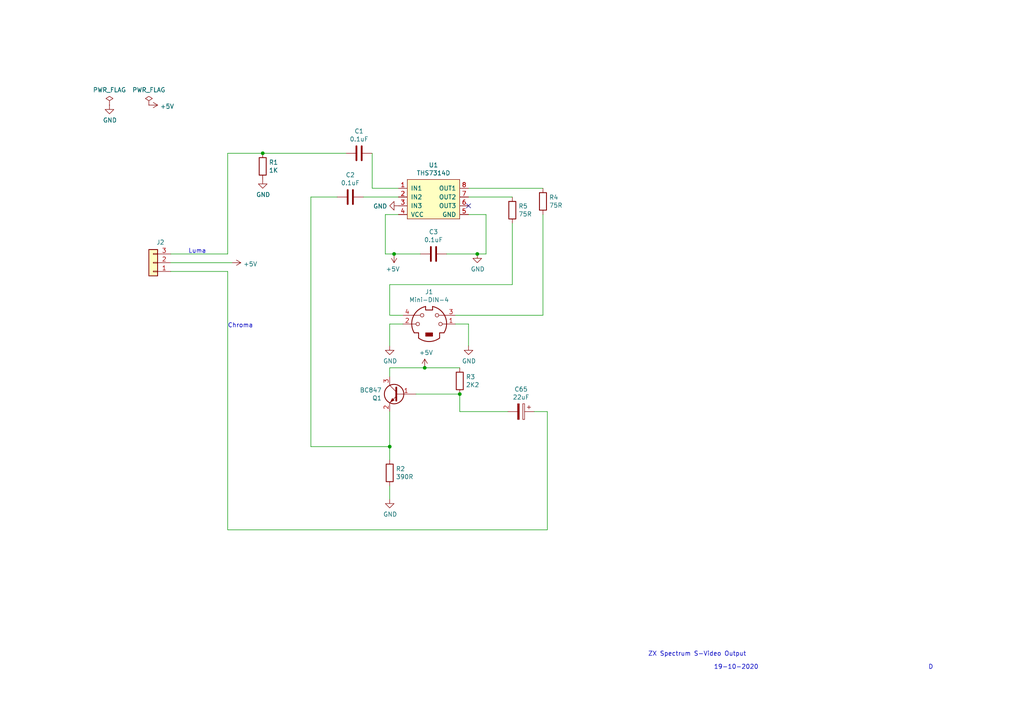
<source format=kicad_sch>
(kicad_sch (version 20211123) (generator eeschema)

  (uuid 33e195dc-1b42-4492-897b-8e0a2bd60b5b)

  (paper "A4")

  (lib_symbols
    (symbol "Connector:Mini-DIN-4" (pin_names (offset 1.016)) (in_bom yes) (on_board yes)
      (property "Reference" "J" (id 0) (at 0 6.35 0)
        (effects (font (size 1.27 1.27)))
      )
      (property "Value" "Mini-DIN-4" (id 1) (at 0 -6.35 0)
        (effects (font (size 1.27 1.27)))
      )
      (property "Footprint" "" (id 2) (at 0 0 0)
        (effects (font (size 1.27 1.27)) hide)
      )
      (property "Datasheet" "http://service.powerdynamics.com/ec/Catalog17/Section%2011.pdf" (id 3) (at 0 0 0)
        (effects (font (size 1.27 1.27)) hide)
      )
      (property "ki_keywords" "Mini-DIN" (id 4) (at 0 0 0)
        (effects (font (size 1.27 1.27)) hide)
      )
      (property "ki_description" "4-pin Mini-DIN connector" (id 5) (at 0 0 0)
        (effects (font (size 1.27 1.27)) hide)
      )
      (property "ki_fp_filters" "MINI?DIN*" (id 6) (at 0 0 0)
        (effects (font (size 1.27 1.27)) hide)
      )
      (symbol "Mini-DIN-4_0_1"
        (circle (center -3.302 0) (radius 0.508)
          (stroke (width 0) (type default) (color 0 0 0 0))
          (fill (type none))
        )
        (arc (start -3.048 -4.064) (mid 0 -5.08) (end 3.048 -4.064)
          (stroke (width 0.254) (type default) (color 0 0 0 0))
          (fill (type none))
        )
        (circle (center -2.032 2.54) (radius 0.508)
          (stroke (width 0) (type default) (color 0 0 0 0))
          (fill (type none))
        )
        (rectangle (start -1.016 -2.54) (end 1.016 -3.556)
          (stroke (width 0) (type default) (color 0 0 0 0))
          (fill (type outline))
        )
        (arc (start -1.016 5.08) (mid -4.6228 2.1214) (end -4.318 -2.54)
          (stroke (width 0.254) (type default) (color 0 0 0 0))
          (fill (type none))
        )
        (polyline
          (pts
            (xy -3.81 0)
            (xy -5.08 0)
          )
          (stroke (width 0) (type default) (color 0 0 0 0))
          (fill (type none))
        )
        (polyline
          (pts
            (xy -2.54 2.54)
            (xy -5.08 2.54)
          )
          (stroke (width 0) (type default) (color 0 0 0 0))
          (fill (type none))
        )
        (polyline
          (pts
            (xy 2.794 2.54)
            (xy 5.08 2.54)
          )
          (stroke (width 0) (type default) (color 0 0 0 0))
          (fill (type none))
        )
        (polyline
          (pts
            (xy 5.08 0)
            (xy 3.81 0)
          )
          (stroke (width 0) (type default) (color 0 0 0 0))
          (fill (type none))
        )
        (polyline
          (pts
            (xy -4.318 -2.54)
            (xy -3.048 -2.54)
            (xy -3.048 -4.064)
          )
          (stroke (width 0.254) (type default) (color 0 0 0 0))
          (fill (type none))
        )
        (polyline
          (pts
            (xy 4.318 -2.54)
            (xy 3.048 -2.54)
            (xy 3.048 -4.064)
          )
          (stroke (width 0.254) (type default) (color 0 0 0 0))
          (fill (type none))
        )
        (polyline
          (pts
            (xy -1.016 5.08)
            (xy -1.016 4.064)
            (xy 1.016 4.064)
            (xy 1.016 5.08)
          )
          (stroke (width 0.254) (type default) (color 0 0 0 0))
          (fill (type none))
        )
        (circle (center 2.286 2.54) (radius 0.508)
          (stroke (width 0) (type default) (color 0 0 0 0))
          (fill (type none))
        )
        (circle (center 3.302 0) (radius 0.508)
          (stroke (width 0) (type default) (color 0 0 0 0))
          (fill (type none))
        )
        (arc (start 4.318 -2.54) (mid 4.6661 2.1322) (end 1.016 5.08)
          (stroke (width 0.254) (type default) (color 0 0 0 0))
          (fill (type none))
        )
      )
      (symbol "Mini-DIN-4_1_1"
        (pin passive line (at 7.62 0 180) (length 2.54)
          (name "~" (effects (font (size 1.27 1.27))))
          (number "1" (effects (font (size 1.27 1.27))))
        )
        (pin passive line (at -7.62 0 0) (length 2.54)
          (name "~" (effects (font (size 1.27 1.27))))
          (number "2" (effects (font (size 1.27 1.27))))
        )
        (pin passive line (at 7.62 2.54 180) (length 2.54)
          (name "~" (effects (font (size 1.27 1.27))))
          (number "3" (effects (font (size 1.27 1.27))))
        )
        (pin passive line (at -7.62 2.54 0) (length 2.54)
          (name "~" (effects (font (size 1.27 1.27))))
          (number "4" (effects (font (size 1.27 1.27))))
        )
      )
    )
    (symbol "Connector_Generic:Conn_01x03" (pin_names (offset 1.016) hide) (in_bom yes) (on_board yes)
      (property "Reference" "J" (id 0) (at 0 5.08 0)
        (effects (font (size 1.27 1.27)))
      )
      (property "Value" "Conn_01x03" (id 1) (at 0 -5.08 0)
        (effects (font (size 1.27 1.27)))
      )
      (property "Footprint" "" (id 2) (at 0 0 0)
        (effects (font (size 1.27 1.27)) hide)
      )
      (property "Datasheet" "~" (id 3) (at 0 0 0)
        (effects (font (size 1.27 1.27)) hide)
      )
      (property "ki_keywords" "connector" (id 4) (at 0 0 0)
        (effects (font (size 1.27 1.27)) hide)
      )
      (property "ki_description" "Generic connector, single row, 01x03, script generated (kicad-library-utils/schlib/autogen/connector/)" (id 5) (at 0 0 0)
        (effects (font (size 1.27 1.27)) hide)
      )
      (property "ki_fp_filters" "Connector*:*_1x??_*" (id 6) (at 0 0 0)
        (effects (font (size 1.27 1.27)) hide)
      )
      (symbol "Conn_01x03_1_1"
        (rectangle (start -1.27 -2.413) (end 0 -2.667)
          (stroke (width 0.1524) (type default) (color 0 0 0 0))
          (fill (type none))
        )
        (rectangle (start -1.27 0.127) (end 0 -0.127)
          (stroke (width 0.1524) (type default) (color 0 0 0 0))
          (fill (type none))
        )
        (rectangle (start -1.27 2.667) (end 0 2.413)
          (stroke (width 0.1524) (type default) (color 0 0 0 0))
          (fill (type none))
        )
        (rectangle (start -1.27 3.81) (end 1.27 -3.81)
          (stroke (width 0.254) (type default) (color 0 0 0 0))
          (fill (type background))
        )
        (pin passive line (at -5.08 2.54 0) (length 3.81)
          (name "Pin_1" (effects (font (size 1.27 1.27))))
          (number "1" (effects (font (size 1.27 1.27))))
        )
        (pin passive line (at -5.08 0 0) (length 3.81)
          (name "Pin_2" (effects (font (size 1.27 1.27))))
          (number "2" (effects (font (size 1.27 1.27))))
        )
        (pin passive line (at -5.08 -2.54 0) (length 3.81)
          (name "Pin_3" (effects (font (size 1.27 1.27))))
          (number "3" (effects (font (size 1.27 1.27))))
        )
      )
    )
    (symbol "Device:C" (pin_numbers hide) (pin_names (offset 0.254)) (in_bom yes) (on_board yes)
      (property "Reference" "C" (id 0) (at 0.635 2.54 0)
        (effects (font (size 1.27 1.27)) (justify left))
      )
      (property "Value" "C" (id 1) (at 0.635 -2.54 0)
        (effects (font (size 1.27 1.27)) (justify left))
      )
      (property "Footprint" "" (id 2) (at 0.9652 -3.81 0)
        (effects (font (size 1.27 1.27)) hide)
      )
      (property "Datasheet" "~" (id 3) (at 0 0 0)
        (effects (font (size 1.27 1.27)) hide)
      )
      (property "ki_keywords" "cap capacitor" (id 4) (at 0 0 0)
        (effects (font (size 1.27 1.27)) hide)
      )
      (property "ki_description" "Unpolarized capacitor" (id 5) (at 0 0 0)
        (effects (font (size 1.27 1.27)) hide)
      )
      (property "ki_fp_filters" "C_*" (id 6) (at 0 0 0)
        (effects (font (size 1.27 1.27)) hide)
      )
      (symbol "C_0_1"
        (polyline
          (pts
            (xy -2.032 -0.762)
            (xy 2.032 -0.762)
          )
          (stroke (width 0.508) (type default) (color 0 0 0 0))
          (fill (type none))
        )
        (polyline
          (pts
            (xy -2.032 0.762)
            (xy 2.032 0.762)
          )
          (stroke (width 0.508) (type default) (color 0 0 0 0))
          (fill (type none))
        )
      )
      (symbol "C_1_1"
        (pin passive line (at 0 3.81 270) (length 2.794)
          (name "~" (effects (font (size 1.27 1.27))))
          (number "1" (effects (font (size 1.27 1.27))))
        )
        (pin passive line (at 0 -3.81 90) (length 2.794)
          (name "~" (effects (font (size 1.27 1.27))))
          (number "2" (effects (font (size 1.27 1.27))))
        )
      )
    )
    (symbol "Device:R" (pin_numbers hide) (pin_names (offset 0)) (in_bom yes) (on_board yes)
      (property "Reference" "R" (id 0) (at 2.032 0 90)
        (effects (font (size 1.27 1.27)))
      )
      (property "Value" "R" (id 1) (at 0 0 90)
        (effects (font (size 1.27 1.27)))
      )
      (property "Footprint" "" (id 2) (at -1.778 0 90)
        (effects (font (size 1.27 1.27)) hide)
      )
      (property "Datasheet" "~" (id 3) (at 0 0 0)
        (effects (font (size 1.27 1.27)) hide)
      )
      (property "ki_keywords" "R res resistor" (id 4) (at 0 0 0)
        (effects (font (size 1.27 1.27)) hide)
      )
      (property "ki_description" "Resistor" (id 5) (at 0 0 0)
        (effects (font (size 1.27 1.27)) hide)
      )
      (property "ki_fp_filters" "R_*" (id 6) (at 0 0 0)
        (effects (font (size 1.27 1.27)) hide)
      )
      (symbol "R_0_1"
        (rectangle (start -1.016 -2.54) (end 1.016 2.54)
          (stroke (width 0.254) (type default) (color 0 0 0 0))
          (fill (type none))
        )
      )
      (symbol "R_1_1"
        (pin passive line (at 0 3.81 270) (length 1.27)
          (name "~" (effects (font (size 1.27 1.27))))
          (number "1" (effects (font (size 1.27 1.27))))
        )
        (pin passive line (at 0 -3.81 90) (length 1.27)
          (name "~" (effects (font (size 1.27 1.27))))
          (number "2" (effects (font (size 1.27 1.27))))
        )
      )
    )
    (symbol "S-VHS-ZX-Spectrum-Rev.-C:THS7314D" (pin_names (offset 1.016)) (in_bom yes) (on_board yes)
      (property "Reference" "U" (id 0) (at 10.16 6.35 0)
        (effects (font (size 1.27 1.27)))
      )
      (property "Value" "THS7314D" (id 1) (at 5.08 -7.62 0)
        (effects (font (size 1.27 1.27)))
      )
      (property "Footprint" "" (id 2) (at 0 0 0)
        (effects (font (size 1.27 1.27)) hide)
      )
      (property "Datasheet" "" (id 3) (at 0 0 0)
        (effects (font (size 1.27 1.27)) hide)
      )
      (symbol "THS7314D_0_1"
        (rectangle (start -2.54 5.08) (end 12.7 -6.35)
          (stroke (width 0) (type default) (color 0 0 0 0))
          (fill (type background))
        )
      )
      (symbol "THS7314D_1_1"
        (pin input line (at -5.08 2.54 0) (length 2.54)
          (name "IN1" (effects (font (size 1.27 1.27))))
          (number "1" (effects (font (size 1.27 1.27))))
        )
        (pin input line (at -5.08 0 0) (length 2.54)
          (name "IN2" (effects (font (size 1.27 1.27))))
          (number "2" (effects (font (size 1.27 1.27))))
        )
        (pin input line (at -5.08 -2.54 0) (length 2.54)
          (name "IN3" (effects (font (size 1.27 1.27))))
          (number "3" (effects (font (size 1.27 1.27))))
        )
        (pin input line (at -5.08 -5.08 0) (length 2.54)
          (name "VCC" (effects (font (size 1.27 1.27))))
          (number "4" (effects (font (size 1.27 1.27))))
        )
        (pin input line (at 15.24 -5.08 180) (length 2.54)
          (name "GND" (effects (font (size 1.27 1.27))))
          (number "5" (effects (font (size 1.27 1.27))))
        )
        (pin output line (at 15.24 -2.54 180) (length 2.54)
          (name "OUT3" (effects (font (size 1.27 1.27))))
          (number "6" (effects (font (size 1.27 1.27))))
        )
        (pin output line (at 15.24 0 180) (length 2.54)
          (name "OUT2" (effects (font (size 1.27 1.27))))
          (number "7" (effects (font (size 1.27 1.27))))
        )
        (pin output line (at 15.24 2.54 180) (length 2.54)
          (name "OUT1" (effects (font (size 1.27 1.27))))
          (number "8" (effects (font (size 1.27 1.27))))
        )
      )
    )
    (symbol "S-VHS-ZX-Spectrum-Rev.-D-rescue:CP-Device" (pin_numbers hide) (pin_names (offset 0.254)) (in_bom yes) (on_board yes)
      (property "Reference" "C" (id 0) (at 0.635 2.54 0)
        (effects (font (size 1.27 1.27)) (justify left))
      )
      (property "Value" "CP-Device" (id 1) (at 0.635 -2.54 0)
        (effects (font (size 1.27 1.27)) (justify left))
      )
      (property "Footprint" "" (id 2) (at 0.9652 -3.81 0)
        (effects (font (size 1.27 1.27)) hide)
      )
      (property "Datasheet" "" (id 3) (at 0 0 0)
        (effects (font (size 1.27 1.27)) hide)
      )
      (property "ki_fp_filters" "CP_*" (id 4) (at 0 0 0)
        (effects (font (size 1.27 1.27)) hide)
      )
      (symbol "CP-Device_0_1"
        (rectangle (start -2.286 0.508) (end 2.286 1.016)
          (stroke (width 0) (type default) (color 0 0 0 0))
          (fill (type none))
        )
        (polyline
          (pts
            (xy -1.778 2.286)
            (xy -0.762 2.286)
          )
          (stroke (width 0) (type default) (color 0 0 0 0))
          (fill (type none))
        )
        (polyline
          (pts
            (xy -1.27 2.794)
            (xy -1.27 1.778)
          )
          (stroke (width 0) (type default) (color 0 0 0 0))
          (fill (type none))
        )
        (rectangle (start 2.286 -0.508) (end -2.286 -1.016)
          (stroke (width 0) (type default) (color 0 0 0 0))
          (fill (type outline))
        )
      )
      (symbol "CP-Device_1_1"
        (pin passive line (at 0 3.81 270) (length 2.794)
          (name "~" (effects (font (size 1.27 1.27))))
          (number "1" (effects (font (size 1.27 1.27))))
        )
        (pin passive line (at 0 -3.81 90) (length 2.794)
          (name "~" (effects (font (size 1.27 1.27))))
          (number "2" (effects (font (size 1.27 1.27))))
        )
      )
    )
    (symbol "Transistor_BJT:BC847" (pin_names (offset 0) hide) (in_bom yes) (on_board yes)
      (property "Reference" "Q" (id 0) (at 5.08 1.905 0)
        (effects (font (size 1.27 1.27)) (justify left))
      )
      (property "Value" "BC847" (id 1) (at 5.08 0 0)
        (effects (font (size 1.27 1.27)) (justify left))
      )
      (property "Footprint" "Package_TO_SOT_SMD:SOT-23" (id 2) (at 5.08 -1.905 0)
        (effects (font (size 1.27 1.27) italic) (justify left) hide)
      )
      (property "Datasheet" "http://www.infineon.com/dgdl/Infineon-BC847SERIES_BC848SERIES_BC849SERIES_BC850SERIES-DS-v01_01-en.pdf?fileId=db3a304314dca389011541d4630a1657" (id 3) (at 0 0 0)
        (effects (font (size 1.27 1.27)) (justify left) hide)
      )
      (property "ki_keywords" "NPN Small Signal Transistor" (id 4) (at 0 0 0)
        (effects (font (size 1.27 1.27)) hide)
      )
      (property "ki_description" "0.1A Ic, 45V Vce, NPN Transistor, SOT-23" (id 5) (at 0 0 0)
        (effects (font (size 1.27 1.27)) hide)
      )
      (property "ki_fp_filters" "SOT?23*" (id 6) (at 0 0 0)
        (effects (font (size 1.27 1.27)) hide)
      )
      (symbol "BC847_0_1"
        (polyline
          (pts
            (xy 0.635 0.635)
            (xy 2.54 2.54)
          )
          (stroke (width 0) (type default) (color 0 0 0 0))
          (fill (type none))
        )
        (polyline
          (pts
            (xy 0.635 -0.635)
            (xy 2.54 -2.54)
            (xy 2.54 -2.54)
          )
          (stroke (width 0) (type default) (color 0 0 0 0))
          (fill (type none))
        )
        (polyline
          (pts
            (xy 0.635 1.905)
            (xy 0.635 -1.905)
            (xy 0.635 -1.905)
          )
          (stroke (width 0.508) (type default) (color 0 0 0 0))
          (fill (type none))
        )
        (polyline
          (pts
            (xy 1.27 -1.778)
            (xy 1.778 -1.27)
            (xy 2.286 -2.286)
            (xy 1.27 -1.778)
            (xy 1.27 -1.778)
          )
          (stroke (width 0) (type default) (color 0 0 0 0))
          (fill (type outline))
        )
        (circle (center 1.27 0) (radius 2.8194)
          (stroke (width 0.254) (type default) (color 0 0 0 0))
          (fill (type none))
        )
      )
      (symbol "BC847_1_1"
        (pin input line (at -5.08 0 0) (length 5.715)
          (name "B" (effects (font (size 1.27 1.27))))
          (number "1" (effects (font (size 1.27 1.27))))
        )
        (pin passive line (at 2.54 -5.08 90) (length 2.54)
          (name "E" (effects (font (size 1.27 1.27))))
          (number "2" (effects (font (size 1.27 1.27))))
        )
        (pin passive line (at 2.54 5.08 270) (length 2.54)
          (name "C" (effects (font (size 1.27 1.27))))
          (number "3" (effects (font (size 1.27 1.27))))
        )
      )
    )
    (symbol "power:+5V" (power) (pin_names (offset 0)) (in_bom yes) (on_board yes)
      (property "Reference" "#PWR" (id 0) (at 0 -3.81 0)
        (effects (font (size 1.27 1.27)) hide)
      )
      (property "Value" "+5V" (id 1) (at 0 3.556 0)
        (effects (font (size 1.27 1.27)))
      )
      (property "Footprint" "" (id 2) (at 0 0 0)
        (effects (font (size 1.27 1.27)) hide)
      )
      (property "Datasheet" "" (id 3) (at 0 0 0)
        (effects (font (size 1.27 1.27)) hide)
      )
      (property "ki_keywords" "global power" (id 4) (at 0 0 0)
        (effects (font (size 1.27 1.27)) hide)
      )
      (property "ki_description" "Power symbol creates a global label with name \"+5V\"" (id 5) (at 0 0 0)
        (effects (font (size 1.27 1.27)) hide)
      )
      (symbol "+5V_0_1"
        (polyline
          (pts
            (xy -0.762 1.27)
            (xy 0 2.54)
          )
          (stroke (width 0) (type default) (color 0 0 0 0))
          (fill (type none))
        )
        (polyline
          (pts
            (xy 0 0)
            (xy 0 2.54)
          )
          (stroke (width 0) (type default) (color 0 0 0 0))
          (fill (type none))
        )
        (polyline
          (pts
            (xy 0 2.54)
            (xy 0.762 1.27)
          )
          (stroke (width 0) (type default) (color 0 0 0 0))
          (fill (type none))
        )
      )
      (symbol "+5V_1_1"
        (pin power_in line (at 0 0 90) (length 0) hide
          (name "+5V" (effects (font (size 1.27 1.27))))
          (number "1" (effects (font (size 1.27 1.27))))
        )
      )
    )
    (symbol "power:GND" (power) (pin_names (offset 0)) (in_bom yes) (on_board yes)
      (property "Reference" "#PWR" (id 0) (at 0 -6.35 0)
        (effects (font (size 1.27 1.27)) hide)
      )
      (property "Value" "GND" (id 1) (at 0 -3.81 0)
        (effects (font (size 1.27 1.27)))
      )
      (property "Footprint" "" (id 2) (at 0 0 0)
        (effects (font (size 1.27 1.27)) hide)
      )
      (property "Datasheet" "" (id 3) (at 0 0 0)
        (effects (font (size 1.27 1.27)) hide)
      )
      (property "ki_keywords" "global power" (id 4) (at 0 0 0)
        (effects (font (size 1.27 1.27)) hide)
      )
      (property "ki_description" "Power symbol creates a global label with name \"GND\" , ground" (id 5) (at 0 0 0)
        (effects (font (size 1.27 1.27)) hide)
      )
      (symbol "GND_0_1"
        (polyline
          (pts
            (xy 0 0)
            (xy 0 -1.27)
            (xy 1.27 -1.27)
            (xy 0 -2.54)
            (xy -1.27 -1.27)
            (xy 0 -1.27)
          )
          (stroke (width 0) (type default) (color 0 0 0 0))
          (fill (type none))
        )
      )
      (symbol "GND_1_1"
        (pin power_in line (at 0 0 270) (length 0) hide
          (name "GND" (effects (font (size 1.27 1.27))))
          (number "1" (effects (font (size 1.27 1.27))))
        )
      )
    )
    (symbol "power:PWR_FLAG" (power) (pin_numbers hide) (pin_names (offset 0) hide) (in_bom yes) (on_board yes)
      (property "Reference" "#FLG" (id 0) (at 0 1.905 0)
        (effects (font (size 1.27 1.27)) hide)
      )
      (property "Value" "PWR_FLAG" (id 1) (at 0 3.81 0)
        (effects (font (size 1.27 1.27)))
      )
      (property "Footprint" "" (id 2) (at 0 0 0)
        (effects (font (size 1.27 1.27)) hide)
      )
      (property "Datasheet" "~" (id 3) (at 0 0 0)
        (effects (font (size 1.27 1.27)) hide)
      )
      (property "ki_keywords" "flag power" (id 4) (at 0 0 0)
        (effects (font (size 1.27 1.27)) hide)
      )
      (property "ki_description" "Special symbol for telling ERC where power comes from" (id 5) (at 0 0 0)
        (effects (font (size 1.27 1.27)) hide)
      )
      (symbol "PWR_FLAG_0_0"
        (pin power_out line (at 0 0 90) (length 0)
          (name "pwr" (effects (font (size 1.27 1.27))))
          (number "1" (effects (font (size 1.27 1.27))))
        )
      )
      (symbol "PWR_FLAG_0_1"
        (polyline
          (pts
            (xy 0 0)
            (xy 0 1.27)
            (xy -1.016 1.905)
            (xy 0 2.54)
            (xy 1.016 1.905)
            (xy 0 1.27)
          )
          (stroke (width 0) (type default) (color 0 0 0 0))
          (fill (type none))
        )
      )
    )
  )

  (junction (at 123.19 106.68) (diameter 0) (color 0 0 0 0)
    (uuid 32db2d62-5bc1-433f-a1b0-b2630dcf55a2)
  )
  (junction (at 76.2 44.45) (diameter 0) (color 0 0 0 0)
    (uuid 65d3014a-a365-4258-a46f-f126f94f794e)
  )
  (junction (at 138.43 73.66) (diameter 0) (color 0 0 0 0)
    (uuid 8cbb971e-d8c1-44c6-91a3-68958a23a610)
  )
  (junction (at 133.35 114.3) (diameter 0) (color 0 0 0 0)
    (uuid 99adcfca-fab6-4800-ad07-d789870fb58b)
  )
  (junction (at 113.03 129.54) (diameter 0) (color 0 0 0 0)
    (uuid d942b073-a63b-47de-b281-862e9932080f)
  )
  (junction (at 114.3 73.66) (diameter 0) (color 0 0 0 0)
    (uuid e485f6e6-95bd-4a22-b2e2-1fcf0448c497)
  )

  (no_connect (at 135.89 59.69) (uuid 3239b0ce-e608-42ff-8a92-c6d3fba41353))

  (wire (pts (xy 157.48 62.23) (xy 157.48 91.44))
    (stroke (width 0) (type default) (color 0 0 0 0))
    (uuid 02a14216-3b83-435c-9b0b-f4d3750a9197)
  )
  (wire (pts (xy 120.65 114.3) (xy 133.35 114.3))
    (stroke (width 0) (type default) (color 0 0 0 0))
    (uuid 05517475-323b-4641-a869-e7a1bdac9d82)
  )
  (wire (pts (xy 66.04 153.67) (xy 66.04 78.74))
    (stroke (width 0) (type default) (color 0 0 0 0))
    (uuid 06dea38d-670c-40c8-877d-e38c43087778)
  )
  (wire (pts (xy 116.84 93.98) (xy 113.03 93.98))
    (stroke (width 0) (type default) (color 0 0 0 0))
    (uuid 0cc586ed-7829-415e-a0a0-99c98e3181b1)
  )
  (wire (pts (xy 133.35 106.68) (xy 123.19 106.68))
    (stroke (width 0) (type default) (color 0 0 0 0))
    (uuid 0e42a39e-b508-4e6c-8016-de2fffde07eb)
  )
  (wire (pts (xy 135.89 54.61) (xy 157.48 54.61))
    (stroke (width 0) (type default) (color 0 0 0 0))
    (uuid 0ee7c933-cb3e-4631-8473-e2bccb78d243)
  )
  (wire (pts (xy 107.95 54.61) (xy 107.95 44.45))
    (stroke (width 0) (type default) (color 0 0 0 0))
    (uuid 15bb09a1-80f3-45b1-a841-9b8b9ff7ec29)
  )
  (wire (pts (xy 135.89 62.23) (xy 140.97 62.23))
    (stroke (width 0) (type default) (color 0 0 0 0))
    (uuid 16336b95-a187-4e78-b14d-18326066231a)
  )
  (wire (pts (xy 113.03 140.97) (xy 113.03 144.78))
    (stroke (width 0) (type default) (color 0 0 0 0))
    (uuid 1a4028ab-d778-44f1-9b24-fc05fd25380c)
  )
  (wire (pts (xy 158.75 153.67) (xy 66.04 153.67))
    (stroke (width 0) (type default) (color 0 0 0 0))
    (uuid 1a5552f1-0cd7-4587-af65-3c3f170381fe)
  )
  (wire (pts (xy 113.03 91.44) (xy 116.84 91.44))
    (stroke (width 0) (type default) (color 0 0 0 0))
    (uuid 2bc8e23a-11a0-4d49-9039-b636e5b5575b)
  )
  (wire (pts (xy 154.94 119.38) (xy 158.75 119.38))
    (stroke (width 0) (type default) (color 0 0 0 0))
    (uuid 32ca7c95-06b9-48f1-b799-d89b8b377054)
  )
  (wire (pts (xy 100.33 44.45) (xy 76.2 44.45))
    (stroke (width 0) (type default) (color 0 0 0 0))
    (uuid 338c6d1c-9555-4d39-9f3f-666ee9e44bd9)
  )
  (wire (pts (xy 66.04 78.74) (xy 49.53 78.74))
    (stroke (width 0) (type default) (color 0 0 0 0))
    (uuid 3b0aec24-c5ba-4097-b2b4-c46fbbede42b)
  )
  (wire (pts (xy 123.19 106.68) (xy 113.03 106.68))
    (stroke (width 0) (type default) (color 0 0 0 0))
    (uuid 4322df33-a6ed-4e3a-8985-0a604025d292)
  )
  (wire (pts (xy 113.03 119.38) (xy 113.03 129.54))
    (stroke (width 0) (type default) (color 0 0 0 0))
    (uuid 4c95f9a8-2c24-4db4-97a1-ea5db3112f74)
  )
  (wire (pts (xy 76.2 44.45) (xy 66.04 44.45))
    (stroke (width 0) (type default) (color 0 0 0 0))
    (uuid 50a6cb00-654c-4b60-83fb-7abd3a6743d7)
  )
  (wire (pts (xy 97.79 57.15) (xy 90.17 57.15))
    (stroke (width 0) (type default) (color 0 0 0 0))
    (uuid 58582f92-be92-45f4-afb9-9e8eaaeadb3d)
  )
  (wire (pts (xy 148.59 82.55) (xy 113.03 82.55))
    (stroke (width 0) (type default) (color 0 0 0 0))
    (uuid 68f9d1c1-18a8-443b-9ca4-07bf69b6d098)
  )
  (wire (pts (xy 111.76 62.23) (xy 111.76 73.66))
    (stroke (width 0) (type default) (color 0 0 0 0))
    (uuid 693607b9-59b5-417c-994f-8f5290040c5c)
  )
  (wire (pts (xy 148.59 64.77) (xy 148.59 82.55))
    (stroke (width 0) (type default) (color 0 0 0 0))
    (uuid 71195e34-aa7b-4284-884e-81f111879223)
  )
  (wire (pts (xy 140.97 62.23) (xy 140.97 73.66))
    (stroke (width 0) (type default) (color 0 0 0 0))
    (uuid 87601b2a-f70a-4d1e-9e92-b6ed945b36d5)
  )
  (wire (pts (xy 135.89 93.98) (xy 135.89 100.33))
    (stroke (width 0) (type default) (color 0 0 0 0))
    (uuid 8789b867-b94e-400a-92ae-502de058ae4e)
  )
  (wire (pts (xy 113.03 129.54) (xy 113.03 133.35))
    (stroke (width 0) (type default) (color 0 0 0 0))
    (uuid 87a12980-ea1f-455b-b68a-507f8d0ba061)
  )
  (wire (pts (xy 114.3 73.66) (xy 121.92 73.66))
    (stroke (width 0) (type default) (color 0 0 0 0))
    (uuid 8d639719-0b8b-4a72-b00c-d6ea8b5ba8f1)
  )
  (wire (pts (xy 115.57 62.23) (xy 111.76 62.23))
    (stroke (width 0) (type default) (color 0 0 0 0))
    (uuid 8fbbd8c9-9b53-430d-a93e-10a00d383368)
  )
  (wire (pts (xy 133.35 119.38) (xy 133.35 114.3))
    (stroke (width 0) (type default) (color 0 0 0 0))
    (uuid 9aab3a74-2455-47aa-b5dd-f3353df0b5bf)
  )
  (wire (pts (xy 66.04 44.45) (xy 66.04 73.66))
    (stroke (width 0) (type default) (color 0 0 0 0))
    (uuid a6c47eff-ee4a-4a65-af86-997c71cb78ef)
  )
  (wire (pts (xy 140.97 73.66) (xy 138.43 73.66))
    (stroke (width 0) (type default) (color 0 0 0 0))
    (uuid b5e6306a-558f-4550-af2e-55d566fb727d)
  )
  (wire (pts (xy 133.35 119.38) (xy 147.32 119.38))
    (stroke (width 0) (type default) (color 0 0 0 0))
    (uuid bf7217b6-624b-4d3e-97a8-07811defaa56)
  )
  (wire (pts (xy 90.17 57.15) (xy 90.17 129.54))
    (stroke (width 0) (type default) (color 0 0 0 0))
    (uuid c0465121-c9f1-41d6-961d-1c362a9db8fa)
  )
  (wire (pts (xy 158.75 119.38) (xy 158.75 153.67))
    (stroke (width 0) (type default) (color 0 0 0 0))
    (uuid c7470227-391e-4c61-b637-17dd4788f8d0)
  )
  (wire (pts (xy 49.53 73.66) (xy 66.04 73.66))
    (stroke (width 0) (type default) (color 0 0 0 0))
    (uuid c7c6e29a-a5b8-44ad-aa3c-4f17c27cf2d6)
  )
  (wire (pts (xy 138.43 73.66) (xy 129.54 73.66))
    (stroke (width 0) (type default) (color 0 0 0 0))
    (uuid cb1a52e2-7e85-42d1-ae35-0d4cac33368d)
  )
  (wire (pts (xy 115.57 57.15) (xy 105.41 57.15))
    (stroke (width 0) (type default) (color 0 0 0 0))
    (uuid d090d051-4a6a-45d6-aebe-f1a78b2a0d9e)
  )
  (wire (pts (xy 115.57 54.61) (xy 107.95 54.61))
    (stroke (width 0) (type default) (color 0 0 0 0))
    (uuid d1530d71-17fb-48af-9cd0-d4bd2d833088)
  )
  (wire (pts (xy 90.17 129.54) (xy 113.03 129.54))
    (stroke (width 0) (type default) (color 0 0 0 0))
    (uuid d257344c-59ab-423b-926a-10dee651ff7d)
  )
  (wire (pts (xy 132.08 93.98) (xy 135.89 93.98))
    (stroke (width 0) (type default) (color 0 0 0 0))
    (uuid d6a53eb8-8e7d-4cbe-83d3-711fdea6e94a)
  )
  (wire (pts (xy 113.03 93.98) (xy 113.03 100.33))
    (stroke (width 0) (type default) (color 0 0 0 0))
    (uuid dc0313ef-7ce7-4f36-84eb-db3ac01b5285)
  )
  (wire (pts (xy 113.03 106.68) (xy 113.03 109.22))
    (stroke (width 0) (type default) (color 0 0 0 0))
    (uuid e1dda216-3cf5-461a-a8cb-2416b54ecee4)
  )
  (wire (pts (xy 135.89 57.15) (xy 148.59 57.15))
    (stroke (width 0) (type default) (color 0 0 0 0))
    (uuid e2bc043e-89f6-419a-9a94-b1a172e65173)
  )
  (wire (pts (xy 111.76 73.66) (xy 114.3 73.66))
    (stroke (width 0) (type default) (color 0 0 0 0))
    (uuid e360e001-e47c-49e3-b027-c94d6a9e59d5)
  )
  (wire (pts (xy 113.03 82.55) (xy 113.03 91.44))
    (stroke (width 0) (type default) (color 0 0 0 0))
    (uuid e562ad90-edfa-46d5-8e54-7cf5ed5f8919)
  )
  (wire (pts (xy 49.53 76.2) (xy 67.31 76.2))
    (stroke (width 0) (type default) (color 0 0 0 0))
    (uuid f9a74ee9-3bdf-4f9e-a37b-0980afe158da)
  )
  (wire (pts (xy 157.48 91.44) (xy 132.08 91.44))
    (stroke (width 0) (type default) (color 0 0 0 0))
    (uuid fe932f4e-02e5-4154-9d2d-72e40c7921c5)
  )

  (text "Chroma" (at 66.04 95.25 0)
    (effects (font (size 1.27 1.27)) (justify left bottom))
    (uuid 2a734592-f93e-4009-afe9-ac56d8512155)
  )
  (text "D" (at 269.24 194.31 0)
    (effects (font (size 1.27 1.27)) (justify left bottom))
    (uuid 80fd12ac-0f2d-4617-a7d6-d3b854aa4001)
  )
  (text "Luma" (at 54.61 73.66 0)
    (effects (font (size 1.27 1.27)) (justify left bottom))
    (uuid 9a8377ed-8ce0-4bf3-adf8-741497e8558a)
  )
  (text "19-10-2020" (at 207.01 194.31 0)
    (effects (font (size 1.27 1.27)) (justify left bottom))
    (uuid dd4a3eaa-f99a-4f5b-b48e-810502c2b6e3)
  )
  (text "ZX Spectrum S-Video Output" (at 187.96 190.5 0)
    (effects (font (size 1.27 1.27)) (justify left bottom))
    (uuid ebbf5541-beef-4232-b94b-b7f6ed2a2270)
  )

  (symbol (lib_id "Connector:Mini-DIN-4") (at 124.46 93.98 0) (unit 1)
    (in_bom yes) (on_board yes)
    (uuid 00000000-0000-0000-0000-00005eaf52de)
    (property "Reference" "J1" (id 0) (at 124.46 84.6582 0))
    (property "Value" "Mini-DIN-4" (id 1) (at 124.46 86.9696 0))
    (property "Footprint" "MD-40SMK:MD40SMK" (id 2) (at 124.46 93.98 0)
      (effects (font (size 1.27 1.27)) hide)
    )
    (property "Datasheet" "http://service.powerdynamics.com/ec/Catalog17/Section%2011.pdf" (id 3) (at 124.46 93.98 0)
      (effects (font (size 1.27 1.27)) hide)
    )
    (pin "1" (uuid 9be5e122-e48a-42f2-a4eb-07c72aced362))
    (pin "2" (uuid 13c0c62f-06d4-4464-80f0-cc2b92412d22))
    (pin "3" (uuid 3b9dbf75-f5b0-4db6-93eb-f4904600c4da))
    (pin "4" (uuid e9d2015e-ec46-449b-b0c7-ec4ad87a87c1))
  )

  (symbol (lib_id "power:GND") (at 135.89 100.33 0) (unit 1)
    (in_bom yes) (on_board yes)
    (uuid 00000000-0000-0000-0000-00005eaf7ccb)
    (property "Reference" "#PWR0102" (id 0) (at 135.89 106.68 0)
      (effects (font (size 1.27 1.27)) hide)
    )
    (property "Value" "GND" (id 1) (at 136.017 104.7242 0))
    (property "Footprint" "" (id 2) (at 135.89 100.33 0)
      (effects (font (size 1.27 1.27)) hide)
    )
    (property "Datasheet" "" (id 3) (at 135.89 100.33 0)
      (effects (font (size 1.27 1.27)) hide)
    )
    (pin "1" (uuid 8fbb0b10-e0af-4648-b54c-629a169ca371))
  )

  (symbol (lib_id "S-VHS-ZX-Spectrum-Rev.-D-rescue:CP-Device") (at 151.13 119.38 270) (unit 1)
    (in_bom yes) (on_board yes)
    (uuid 00000000-0000-0000-0000-00005eb059f5)
    (property "Reference" "C65" (id 0) (at 151.13 112.903 90))
    (property "Value" "22uF" (id 1) (at 151.13 115.2144 90))
    (property "Footprint" "Capacitor_SMD:CP_Elec_6.3x5.3" (id 2) (at 147.32 120.3452 0)
      (effects (font (size 1.27 1.27)) hide)
    )
    (property "Datasheet" "~" (id 3) (at 151.13 119.38 0)
      (effects (font (size 1.27 1.27)) hide)
    )
    (pin "1" (uuid c96b22be-94eb-4225-b8b1-a91267d6dbee))
    (pin "2" (uuid cafb6283-2305-4e61-acca-53140d6b5df0))
  )

  (symbol (lib_id "Device:R") (at 113.03 137.16 0) (unit 1)
    (in_bom yes) (on_board yes)
    (uuid 00000000-0000-0000-0000-00005eb08d31)
    (property "Reference" "R2" (id 0) (at 114.808 135.9916 0)
      (effects (font (size 1.27 1.27)) (justify left))
    )
    (property "Value" "390R" (id 1) (at 114.808 138.303 0)
      (effects (font (size 1.27 1.27)) (justify left))
    )
    (property "Footprint" "Resistor_SMD:R_0805_2012Metric_Pad1.20x1.40mm_HandSolder" (id 2) (at 111.252 137.16 90)
      (effects (font (size 1.27 1.27)) hide)
    )
    (property "Datasheet" "~" (id 3) (at 113.03 137.16 0)
      (effects (font (size 1.27 1.27)) hide)
    )
    (pin "1" (uuid e5efa7ef-98cf-4f7d-84f0-b844201457f4))
    (pin "2" (uuid 61d4c498-ff14-4c60-b62b-22f4a7f910ef))
  )

  (symbol (lib_id "power:GND") (at 113.03 144.78 0) (unit 1)
    (in_bom yes) (on_board yes)
    (uuid 00000000-0000-0000-0000-00005eb098d0)
    (property "Reference" "#PWR0105" (id 0) (at 113.03 151.13 0)
      (effects (font (size 1.27 1.27)) hide)
    )
    (property "Value" "GND" (id 1) (at 113.157 149.1742 0))
    (property "Footprint" "" (id 2) (at 113.03 144.78 0)
      (effects (font (size 1.27 1.27)) hide)
    )
    (property "Datasheet" "" (id 3) (at 113.03 144.78 0)
      (effects (font (size 1.27 1.27)) hide)
    )
    (pin "1" (uuid 1b5c42c0-efc9-4615-8511-e6bb2958d207))
  )

  (symbol (lib_id "S-VHS-ZX-Spectrum-Rev.-C:THS7314D") (at 120.65 57.15 0) (unit 1)
    (in_bom yes) (on_board yes)
    (uuid 00000000-0000-0000-0000-00005ee40361)
    (property "Reference" "U1" (id 0) (at 125.73 47.879 0))
    (property "Value" "THS7314D" (id 1) (at 125.73 50.1904 0))
    (property "Footprint" "Package_SO:SOIC-8_3.9x4.9mm_P1.27mm" (id 2) (at 120.65 57.15 0)
      (effects (font (size 1.27 1.27)) hide)
    )
    (property "Datasheet" "" (id 3) (at 120.65 57.15 0)
      (effects (font (size 1.27 1.27)) hide)
    )
    (pin "1" (uuid 9d165f0d-f0bc-45b9-a0c7-d4019cb2da68))
    (pin "2" (uuid d75f3def-70a0-4da6-9a90-a7d8d99eaebd))
    (pin "3" (uuid cc301ab6-3187-4487-b896-a3bc190abbad))
    (pin "4" (uuid 3beef174-d668-46b3-ad74-fe5d95825d8d))
    (pin "5" (uuid 0d2821fb-a6bf-4f27-a1e9-cc8141e12150))
    (pin "6" (uuid 543969ca-d6d4-4409-a795-e14cbb5bfc89))
    (pin "7" (uuid 959b112d-40f4-4746-92e3-7c8d2a0d99fa))
    (pin "8" (uuid 0d0ea86b-00b3-494f-9e63-f3353f636461))
  )

  (symbol (lib_id "power:PWR_FLAG") (at 31.75 30.48 0) (unit 1)
    (in_bom yes) (on_board yes)
    (uuid 00000000-0000-0000-0000-00005f8dfa3e)
    (property "Reference" "#FLG0101" (id 0) (at 31.75 28.575 0)
      (effects (font (size 1.27 1.27)) hide)
    )
    (property "Value" "PWR_FLAG" (id 1) (at 31.75 26.0858 0))
    (property "Footprint" "" (id 2) (at 31.75 30.48 0)
      (effects (font (size 1.27 1.27)) hide)
    )
    (property "Datasheet" "~" (id 3) (at 31.75 30.48 0)
      (effects (font (size 1.27 1.27)) hide)
    )
    (pin "1" (uuid b9c98663-3929-421d-9828-bb05d1ac249f))
  )

  (symbol (lib_id "power:GND") (at 31.75 30.48 0) (unit 1)
    (in_bom yes) (on_board yes)
    (uuid 00000000-0000-0000-0000-00005f8e00a2)
    (property "Reference" "#PWR0103" (id 0) (at 31.75 36.83 0)
      (effects (font (size 1.27 1.27)) hide)
    )
    (property "Value" "GND" (id 1) (at 31.877 34.8742 0))
    (property "Footprint" "" (id 2) (at 31.75 30.48 0)
      (effects (font (size 1.27 1.27)) hide)
    )
    (property "Datasheet" "" (id 3) (at 31.75 30.48 0)
      (effects (font (size 1.27 1.27)) hide)
    )
    (pin "1" (uuid 3b55c9a1-18c2-438e-8c20-9bc79afbc304))
  )

  (symbol (lib_id "power:PWR_FLAG") (at 43.18 30.48 0) (unit 1)
    (in_bom yes) (on_board yes)
    (uuid 00000000-0000-0000-0000-00005f8e03d3)
    (property "Reference" "#FLG0102" (id 0) (at 43.18 28.575 0)
      (effects (font (size 1.27 1.27)) hide)
    )
    (property "Value" "PWR_FLAG" (id 1) (at 43.18 26.0858 0))
    (property "Footprint" "" (id 2) (at 43.18 30.48 0)
      (effects (font (size 1.27 1.27)) hide)
    )
    (property "Datasheet" "~" (id 3) (at 43.18 30.48 0)
      (effects (font (size 1.27 1.27)) hide)
    )
    (pin "1" (uuid 784a3b24-018f-4466-ab85-2d1548f9415c))
  )

  (symbol (lib_id "power:+5V") (at 43.18 30.48 270) (unit 1)
    (in_bom yes) (on_board yes)
    (uuid 00000000-0000-0000-0000-00005f8e09dd)
    (property "Reference" "#PWR0104" (id 0) (at 39.37 30.48 0)
      (effects (font (size 1.27 1.27)) hide)
    )
    (property "Value" "+5V" (id 1) (at 46.4312 30.861 90)
      (effects (font (size 1.27 1.27)) (justify left))
    )
    (property "Footprint" "" (id 2) (at 43.18 30.48 0)
      (effects (font (size 1.27 1.27)) hide)
    )
    (property "Datasheet" "" (id 3) (at 43.18 30.48 0)
      (effects (font (size 1.27 1.27)) hide)
    )
    (pin "1" (uuid 99193e95-3c10-4e4e-9330-43164300ec36))
  )

  (symbol (lib_id "power:GND") (at 113.03 100.33 0) (unit 1)
    (in_bom yes) (on_board yes)
    (uuid 00000000-0000-0000-0000-00005f8eb8cb)
    (property "Reference" "#PWR0101" (id 0) (at 113.03 106.68 0)
      (effects (font (size 1.27 1.27)) hide)
    )
    (property "Value" "GND" (id 1) (at 113.157 104.7242 0))
    (property "Footprint" "" (id 2) (at 113.03 100.33 0)
      (effects (font (size 1.27 1.27)) hide)
    )
    (property "Datasheet" "" (id 3) (at 113.03 100.33 0)
      (effects (font (size 1.27 1.27)) hide)
    )
    (pin "1" (uuid 6076f4de-67b7-47d1-b3a7-61efb716a98c))
  )

  (symbol (lib_id "power:GND") (at 115.57 59.69 270) (unit 1)
    (in_bom yes) (on_board yes)
    (uuid 00000000-0000-0000-0000-00005f8ec3e1)
    (property "Reference" "#PWR0109" (id 0) (at 109.22 59.69 0)
      (effects (font (size 1.27 1.27)) hide)
    )
    (property "Value" "GND" (id 1) (at 112.3188 59.817 90)
      (effects (font (size 1.27 1.27)) (justify right))
    )
    (property "Footprint" "" (id 2) (at 115.57 59.69 0)
      (effects (font (size 1.27 1.27)) hide)
    )
    (property "Datasheet" "" (id 3) (at 115.57 59.69 0)
      (effects (font (size 1.27 1.27)) hide)
    )
    (pin "1" (uuid 2ec8a167-dbfb-4522-8941-fb48aa77c2c5))
  )

  (symbol (lib_id "Device:C") (at 125.73 73.66 90) (unit 1)
    (in_bom yes) (on_board yes)
    (uuid 00000000-0000-0000-0000-00005f8ee728)
    (property "Reference" "C3" (id 0) (at 125.73 67.2592 90))
    (property "Value" "0.1uF" (id 1) (at 125.73 69.5706 90))
    (property "Footprint" "Capacitor_SMD:C_0805_2012Metric_Pad1.18x1.45mm_HandSolder" (id 2) (at 129.54 72.6948 0)
      (effects (font (size 1.27 1.27)) hide)
    )
    (property "Datasheet" "~" (id 3) (at 125.73 73.66 0)
      (effects (font (size 1.27 1.27)) hide)
    )
    (pin "1" (uuid aa863d1f-59b4-4500-b4e1-5da31b9d5788))
    (pin "2" (uuid f98f815e-b6f6-4b7d-bc86-fc4b190f0c24))
  )

  (symbol (lib_id "power:+5V") (at 114.3 73.66 180) (unit 1)
    (in_bom yes) (on_board yes)
    (uuid 00000000-0000-0000-0000-00005f8f21ef)
    (property "Reference" "#PWR0110" (id 0) (at 114.3 69.85 0)
      (effects (font (size 1.27 1.27)) hide)
    )
    (property "Value" "+5V" (id 1) (at 113.919 78.0542 0))
    (property "Footprint" "" (id 2) (at 114.3 73.66 0)
      (effects (font (size 1.27 1.27)) hide)
    )
    (property "Datasheet" "" (id 3) (at 114.3 73.66 0)
      (effects (font (size 1.27 1.27)) hide)
    )
    (pin "1" (uuid f9dc5ff4-8f1d-4777-9750-f2f6bdc84313))
  )

  (symbol (lib_id "power:GND") (at 138.43 73.66 0) (unit 1)
    (in_bom yes) (on_board yes)
    (uuid 00000000-0000-0000-0000-00005f8f2a2f)
    (property "Reference" "#PWR0111" (id 0) (at 138.43 80.01 0)
      (effects (font (size 1.27 1.27)) hide)
    )
    (property "Value" "GND" (id 1) (at 138.557 78.0542 0))
    (property "Footprint" "" (id 2) (at 138.43 73.66 0)
      (effects (font (size 1.27 1.27)) hide)
    )
    (property "Datasheet" "" (id 3) (at 138.43 73.66 0)
      (effects (font (size 1.27 1.27)) hide)
    )
    (pin "1" (uuid e2694b13-0c68-47b5-8bc9-505fa854b5cc))
  )

  (symbol (lib_id "Device:R") (at 157.48 58.42 0) (unit 1)
    (in_bom yes) (on_board yes)
    (uuid 00000000-0000-0000-0000-00005f8f6e25)
    (property "Reference" "R4" (id 0) (at 159.258 57.2516 0)
      (effects (font (size 1.27 1.27)) (justify left))
    )
    (property "Value" "75R" (id 1) (at 159.258 59.563 0)
      (effects (font (size 1.27 1.27)) (justify left))
    )
    (property "Footprint" "Resistor_SMD:R_0805_2012Metric_Pad1.20x1.40mm_HandSolder" (id 2) (at 155.702 58.42 90)
      (effects (font (size 1.27 1.27)) hide)
    )
    (property "Datasheet" "~" (id 3) (at 157.48 58.42 0)
      (effects (font (size 1.27 1.27)) hide)
    )
    (pin "1" (uuid 494db25a-cbdf-4a28-b1c6-edc65d13c9a1))
    (pin "2" (uuid 7760ff61-ce72-4ba5-86fc-8a04df280687))
  )

  (symbol (lib_id "Device:R") (at 148.59 60.96 0) (unit 1)
    (in_bom yes) (on_board yes)
    (uuid 00000000-0000-0000-0000-00005f8fa16d)
    (property "Reference" "R5" (id 0) (at 150.368 59.7916 0)
      (effects (font (size 1.27 1.27)) (justify left))
    )
    (property "Value" "75R" (id 1) (at 150.368 62.103 0)
      (effects (font (size 1.27 1.27)) (justify left))
    )
    (property "Footprint" "Resistor_SMD:R_0805_2012Metric_Pad1.20x1.40mm_HandSolder" (id 2) (at 146.812 60.96 90)
      (effects (font (size 1.27 1.27)) hide)
    )
    (property "Datasheet" "~" (id 3) (at 148.59 60.96 0)
      (effects (font (size 1.27 1.27)) hide)
    )
    (pin "1" (uuid d4629c67-ac77-4f0c-acb3-9c44b7462433))
    (pin "2" (uuid 97b9915a-5ec6-4843-9410-979fd44aad40))
  )

  (symbol (lib_id "Device:C") (at 104.14 44.45 270) (unit 1)
    (in_bom yes) (on_board yes)
    (uuid 00000000-0000-0000-0000-00005f974a82)
    (property "Reference" "C1" (id 0) (at 104.14 38.0492 90))
    (property "Value" "0.1uF" (id 1) (at 104.14 40.3606 90))
    (property "Footprint" "Capacitor_SMD:C_0805_2012Metric_Pad1.18x1.45mm_HandSolder" (id 2) (at 100.33 45.4152 0)
      (effects (font (size 1.27 1.27)) hide)
    )
    (property "Datasheet" "~" (id 3) (at 104.14 44.45 0)
      (effects (font (size 1.27 1.27)) hide)
    )
    (pin "1" (uuid 3c5bd0c8-2a2d-4afa-80fb-993620b04b9e))
    (pin "2" (uuid 91bc569a-564f-4c10-aaad-cff8bcf8203a))
  )

  (symbol (lib_id "Device:R") (at 76.2 48.26 0) (unit 1)
    (in_bom yes) (on_board yes)
    (uuid 00000000-0000-0000-0000-00005f9760aa)
    (property "Reference" "R1" (id 0) (at 77.978 47.0916 0)
      (effects (font (size 1.27 1.27)) (justify left))
    )
    (property "Value" "1K" (id 1) (at 77.978 49.403 0)
      (effects (font (size 1.27 1.27)) (justify left))
    )
    (property "Footprint" "Resistor_SMD:R_0805_2012Metric_Pad1.20x1.40mm_HandSolder" (id 2) (at 74.422 48.26 90)
      (effects (font (size 1.27 1.27)) hide)
    )
    (property "Datasheet" "~" (id 3) (at 76.2 48.26 0)
      (effects (font (size 1.27 1.27)) hide)
    )
    (pin "1" (uuid 8348e472-caf5-435e-8bf5-5e78acd56472))
    (pin "2" (uuid 3687cf37-b882-4540-9152-8b7b8a0ea64a))
  )

  (symbol (lib_id "power:GND") (at 76.2 52.07 0) (unit 1)
    (in_bom yes) (on_board yes)
    (uuid 00000000-0000-0000-0000-00005f97630b)
    (property "Reference" "#PWR0107" (id 0) (at 76.2 58.42 0)
      (effects (font (size 1.27 1.27)) hide)
    )
    (property "Value" "GND" (id 1) (at 76.327 56.4642 0))
    (property "Footprint" "" (id 2) (at 76.2 52.07 0)
      (effects (font (size 1.27 1.27)) hide)
    )
    (property "Datasheet" "" (id 3) (at 76.2 52.07 0)
      (effects (font (size 1.27 1.27)) hide)
    )
    (pin "1" (uuid 96b54f48-c40c-4e30-abe1-a6d5de836ea8))
  )

  (symbol (lib_id "Device:C") (at 101.6 57.15 270) (unit 1)
    (in_bom yes) (on_board yes)
    (uuid 00000000-0000-0000-0000-00005f9772d7)
    (property "Reference" "C2" (id 0) (at 101.6 50.7492 90))
    (property "Value" "0.1uF" (id 1) (at 101.6 53.0606 90))
    (property "Footprint" "Capacitor_SMD:C_0805_2012Metric_Pad1.18x1.45mm_HandSolder" (id 2) (at 97.79 58.1152 0)
      (effects (font (size 1.27 1.27)) hide)
    )
    (property "Datasheet" "~" (id 3) (at 101.6 57.15 0)
      (effects (font (size 1.27 1.27)) hide)
    )
    (pin "1" (uuid 751364dc-4b05-4def-b70b-1f26d08db1c6))
    (pin "2" (uuid 3ef7e62d-5034-41e7-8ff6-1bc3dc268288))
  )

  (symbol (lib_id "Transistor_BJT:BC847") (at 115.57 114.3 0) (mirror y) (unit 1)
    (in_bom yes) (on_board yes)
    (uuid 00000000-0000-0000-0000-00005fa0ac62)
    (property "Reference" "Q1" (id 0) (at 110.7186 115.4684 0)
      (effects (font (size 1.27 1.27)) (justify left))
    )
    (property "Value" "BC847" (id 1) (at 110.7186 113.157 0)
      (effects (font (size 1.27 1.27)) (justify left))
    )
    (property "Footprint" "Package_TO_SOT_SMD:SOT-323_SC-70_Handsoldering" (id 2) (at 110.49 116.205 0)
      (effects (font (size 1.27 1.27) italic) (justify left) hide)
    )
    (property "Datasheet" "http://www.infineon.com/dgdl/Infineon-BC847SERIES_BC848SERIES_BC849SERIES_BC850SERIES-DS-v01_01-en.pdf?fileId=db3a304314dca389011541d4630a1657" (id 3) (at 115.57 114.3 0)
      (effects (font (size 1.27 1.27)) (justify left) hide)
    )
    (pin "1" (uuid 7c16f0b3-6505-4df4-b525-4b35f91d8813))
    (pin "2" (uuid aa0f3f11-7fdf-4725-87c5-292454fa1852))
    (pin "3" (uuid b066a965-a25f-4df1-ac50-f0126ba80fba))
  )

  (symbol (lib_id "Device:R") (at 133.35 110.49 0) (unit 1)
    (in_bom yes) (on_board yes)
    (uuid 00000000-0000-0000-0000-00005fa13f41)
    (property "Reference" "R3" (id 0) (at 135.128 109.3216 0)
      (effects (font (size 1.27 1.27)) (justify left))
    )
    (property "Value" "2K2" (id 1) (at 135.128 111.633 0)
      (effects (font (size 1.27 1.27)) (justify left))
    )
    (property "Footprint" "Resistor_SMD:R_0805_2012Metric_Pad1.20x1.40mm_HandSolder" (id 2) (at 131.572 110.49 90)
      (effects (font (size 1.27 1.27)) hide)
    )
    (property "Datasheet" "~" (id 3) (at 133.35 110.49 0)
      (effects (font (size 1.27 1.27)) hide)
    )
    (pin "1" (uuid a5e5d657-d124-445c-8e75-7248842099d5))
    (pin "2" (uuid 6dc2a1fa-879e-4346-b2ae-18f4b050dbc8))
  )

  (symbol (lib_id "power:+5V") (at 123.19 106.68 0) (unit 1)
    (in_bom yes) (on_board yes)
    (uuid 00000000-0000-0000-0000-00005fa158db)
    (property "Reference" "#PWR0112" (id 0) (at 123.19 110.49 0)
      (effects (font (size 1.27 1.27)) hide)
    )
    (property "Value" "+5V" (id 1) (at 123.571 102.2858 0))
    (property "Footprint" "" (id 2) (at 123.19 106.68 0)
      (effects (font (size 1.27 1.27)) hide)
    )
    (property "Datasheet" "" (id 3) (at 123.19 106.68 0)
      (effects (font (size 1.27 1.27)) hide)
    )
    (pin "1" (uuid 9118c777-70dd-4d96-82a3-8dbae9d9aba5))
  )

  (symbol (lib_id "Connector_Generic:Conn_01x03") (at 44.45 76.2 180) (unit 1)
    (in_bom yes) (on_board yes)
    (uuid 00000000-0000-0000-0000-0000628ea2ab)
    (property "Reference" "J2" (id 0) (at 46.5328 70.2818 0))
    (property "Value" "Conn_01x03" (id 1) (at 46.5328 70.2564 0)
      (effects (font (size 1.27 1.27)) hide)
    )
    (property "Footprint" "Connector_JST:JST_EH_B3B-EH-A_1x03_P2.50mm_Vertical" (id 2) (at 44.45 76.2 0)
      (effects (font (size 1.27 1.27)) hide)
    )
    (property "Datasheet" "~" (id 3) (at 44.45 76.2 0)
      (effects (font (size 1.27 1.27)) hide)
    )
    (pin "1" (uuid 08d7f339-eb51-4163-9dfb-b7bc2ff48122))
    (pin "2" (uuid 6527e9aa-6eee-4a6a-b759-96485bda9579))
    (pin "3" (uuid 6718f833-1bec-4d93-89e1-e989ec2bffed))
  )

  (symbol (lib_id "power:+5V") (at 67.31 76.2 270) (unit 1)
    (in_bom yes) (on_board yes)
    (uuid 00000000-0000-0000-0000-0000629815c6)
    (property "Reference" "#PWR0106" (id 0) (at 63.5 76.2 0)
      (effects (font (size 1.27 1.27)) hide)
    )
    (property "Value" "+5V" (id 1) (at 70.5612 76.581 90)
      (effects (font (size 1.27 1.27)) (justify left))
    )
    (property "Footprint" "" (id 2) (at 67.31 76.2 0)
      (effects (font (size 1.27 1.27)) hide)
    )
    (property "Datasheet" "" (id 3) (at 67.31 76.2 0)
      (effects (font (size 1.27 1.27)) hide)
    )
    (pin "1" (uuid d396268b-5230-4457-b1b2-3cf0b50b44ee))
  )

  (sheet_instances
    (path "/" (page "1"))
  )

  (symbol_instances
    (path "/00000000-0000-0000-0000-00005f8dfa3e"
      (reference "#FLG0101") (unit 1) (value "PWR_FLAG") (footprint "")
    )
    (path "/00000000-0000-0000-0000-00005f8e03d3"
      (reference "#FLG0102") (unit 1) (value "PWR_FLAG") (footprint "")
    )
    (path "/00000000-0000-0000-0000-00005f8eb8cb"
      (reference "#PWR0101") (unit 1) (value "GND") (footprint "")
    )
    (path "/00000000-0000-0000-0000-00005eaf7ccb"
      (reference "#PWR0102") (unit 1) (value "GND") (footprint "")
    )
    (path "/00000000-0000-0000-0000-00005f8e00a2"
      (reference "#PWR0103") (unit 1) (value "GND") (footprint "")
    )
    (path "/00000000-0000-0000-0000-00005f8e09dd"
      (reference "#PWR0104") (unit 1) (value "+5V") (footprint "")
    )
    (path "/00000000-0000-0000-0000-00005eb098d0"
      (reference "#PWR0105") (unit 1) (value "GND") (footprint "")
    )
    (path "/00000000-0000-0000-0000-0000629815c6"
      (reference "#PWR0106") (unit 1) (value "+5V") (footprint "")
    )
    (path "/00000000-0000-0000-0000-00005f97630b"
      (reference "#PWR0107") (unit 1) (value "GND") (footprint "")
    )
    (path "/00000000-0000-0000-0000-00005f8ec3e1"
      (reference "#PWR0109") (unit 1) (value "GND") (footprint "")
    )
    (path "/00000000-0000-0000-0000-00005f8f21ef"
      (reference "#PWR0110") (unit 1) (value "+5V") (footprint "")
    )
    (path "/00000000-0000-0000-0000-00005f8f2a2f"
      (reference "#PWR0111") (unit 1) (value "GND") (footprint "")
    )
    (path "/00000000-0000-0000-0000-00005fa158db"
      (reference "#PWR0112") (unit 1) (value "+5V") (footprint "")
    )
    (path "/00000000-0000-0000-0000-00005f974a82"
      (reference "C1") (unit 1) (value "0.1uF") (footprint "Capacitor_SMD:C_0805_2012Metric_Pad1.18x1.45mm_HandSolder")
    )
    (path "/00000000-0000-0000-0000-00005f9772d7"
      (reference "C2") (unit 1) (value "0.1uF") (footprint "Capacitor_SMD:C_0805_2012Metric_Pad1.18x1.45mm_HandSolder")
    )
    (path "/00000000-0000-0000-0000-00005f8ee728"
      (reference "C3") (unit 1) (value "0.1uF") (footprint "Capacitor_SMD:C_0805_2012Metric_Pad1.18x1.45mm_HandSolder")
    )
    (path "/00000000-0000-0000-0000-00005eb059f5"
      (reference "C65") (unit 1) (value "22uF") (footprint "Capacitor_SMD:CP_Elec_6.3x5.3")
    )
    (path "/00000000-0000-0000-0000-00005eaf52de"
      (reference "J1") (unit 1) (value "Mini-DIN-4") (footprint "MD-40SMK:MD40SMK")
    )
    (path "/00000000-0000-0000-0000-0000628ea2ab"
      (reference "J2") (unit 1) (value "Conn_01x03") (footprint "Connector_JST:JST_EH_B3B-EH-A_1x03_P2.50mm_Vertical")
    )
    (path "/00000000-0000-0000-0000-00005fa0ac62"
      (reference "Q1") (unit 1) (value "BC847") (footprint "Package_TO_SOT_SMD:SOT-323_SC-70_Handsoldering")
    )
    (path "/00000000-0000-0000-0000-00005f9760aa"
      (reference "R1") (unit 1) (value "1K") (footprint "Resistor_SMD:R_0805_2012Metric_Pad1.20x1.40mm_HandSolder")
    )
    (path "/00000000-0000-0000-0000-00005eb08d31"
      (reference "R2") (unit 1) (value "390R") (footprint "Resistor_SMD:R_0805_2012Metric_Pad1.20x1.40mm_HandSolder")
    )
    (path "/00000000-0000-0000-0000-00005fa13f41"
      (reference "R3") (unit 1) (value "2K2") (footprint "Resistor_SMD:R_0805_2012Metric_Pad1.20x1.40mm_HandSolder")
    )
    (path "/00000000-0000-0000-0000-00005f8f6e25"
      (reference "R4") (unit 1) (value "75R") (footprint "Resistor_SMD:R_0805_2012Metric_Pad1.20x1.40mm_HandSolder")
    )
    (path "/00000000-0000-0000-0000-00005f8fa16d"
      (reference "R5") (unit 1) (value "75R") (footprint "Resistor_SMD:R_0805_2012Metric_Pad1.20x1.40mm_HandSolder")
    )
    (path "/00000000-0000-0000-0000-00005ee40361"
      (reference "U1") (unit 1) (value "THS7314D") (footprint "Package_SO:SOIC-8_3.9x4.9mm_P1.27mm")
    )
  )
)

</source>
